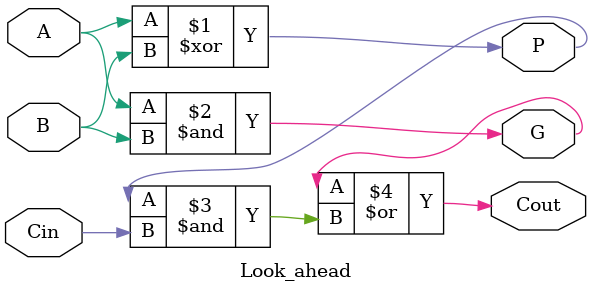
<source format=sv>
`timescale 1ns / 1ps


module Look_ahead(
    input logic A, B, Cin,
    output logic P, G, Cout
);

    // Generación de las salidas del Full Adder
    assign P = A ^ B;       // Suma bit a bit
    assign G = A & B;       // Generación de acarreo
    assign Cout = G | (P & Cin); // Cálculo del acarreo de salida);

endmodule
</source>
